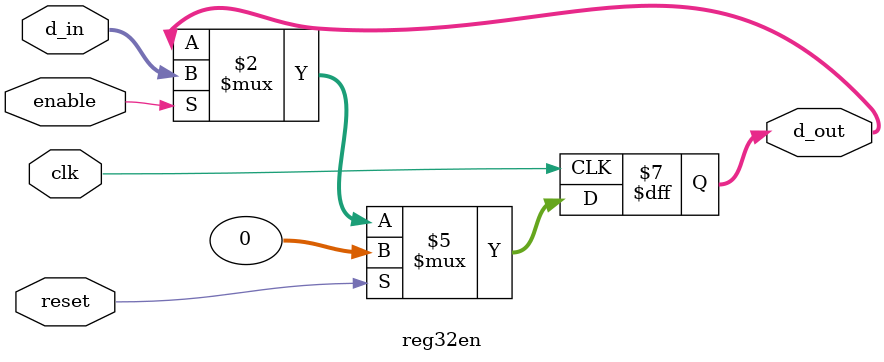
<source format=v>

module reg32en (clk, reset, enable, d_in, d_out);
    input       	clk, reset, enable;
    input	[31:0]	d_in;
    output 	[31:0] 	d_out;
    reg 	[31:0]	 d_out;
   
    always @(posedge clk)
    begin
        if (reset) d_out <= 0;
        else if (enable) d_out <= d_in;
    end

endmodule
	

</source>
